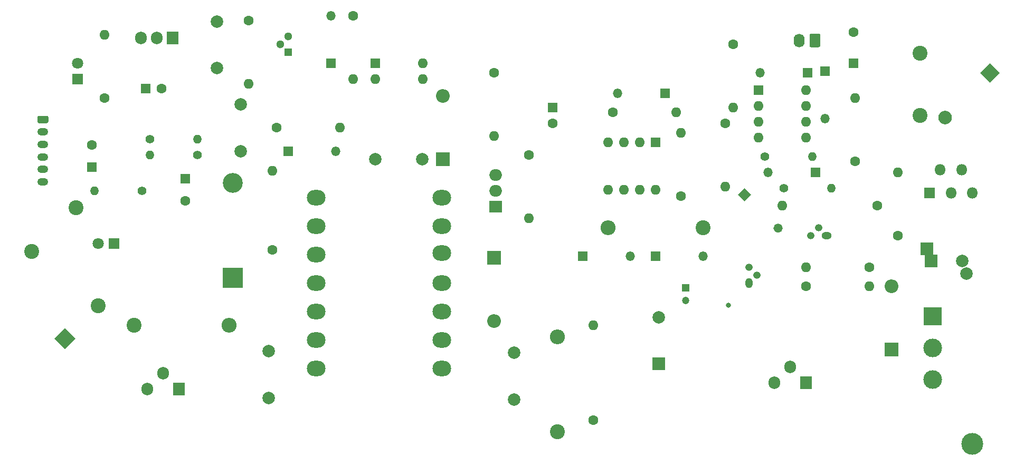
<source format=gbr>
%TF.GenerationSoftware,KiCad,Pcbnew,(5.1.6)-1*%
%TF.CreationDate,2021-01-03T22:36:30+05:30*%
%TF.ProjectId,supplyboard,73757070-6c79-4626-9f61-72642e6b6963,rev?*%
%TF.SameCoordinates,Original*%
%TF.FileFunction,Copper,L1,Top*%
%TF.FilePolarity,Positive*%
%FSLAX46Y46*%
G04 Gerber Fmt 4.6, Leading zero omitted, Abs format (unit mm)*
G04 Created by KiCad (PCBNEW (5.1.6)-1) date 2021-01-03 22:36:30*
%MOMM*%
%LPD*%
G01*
G04 APERTURE LIST*
%TA.AperFunction,ComponentPad*%
%ADD10O,2.400000X2.400000*%
%TD*%
%TA.AperFunction,ComponentPad*%
%ADD11C,2.400000*%
%TD*%
%TA.AperFunction,ComponentPad*%
%ADD12O,3.200000X3.200000*%
%TD*%
%TA.AperFunction,ComponentPad*%
%ADD13R,3.200000X3.200000*%
%TD*%
%TA.AperFunction,ComponentPad*%
%ADD14C,1.600000*%
%TD*%
%TA.AperFunction,ComponentPad*%
%ADD15R,1.600000X1.600000*%
%TD*%
%TA.AperFunction,ComponentPad*%
%ADD16O,1.600000X1.600000*%
%TD*%
%TA.AperFunction,ComponentPad*%
%ADD17O,1.400000X1.400000*%
%TD*%
%TA.AperFunction,ComponentPad*%
%ADD18C,1.400000*%
%TD*%
%TA.AperFunction,ComponentPad*%
%ADD19O,1.750000X1.200000*%
%TD*%
%TA.AperFunction,ComponentPad*%
%ADD20R,1.200000X1.200000*%
%TD*%
%TA.AperFunction,ComponentPad*%
%ADD21C,1.200000*%
%TD*%
%TA.AperFunction,ComponentPad*%
%ADD22C,0.100000*%
%TD*%
%TA.AperFunction,ComponentPad*%
%ADD23C,3.500000*%
%TD*%
%TA.AperFunction,ComponentPad*%
%ADD24O,1.500000X1.500000*%
%TD*%
%TA.AperFunction,ComponentPad*%
%ADD25R,1.500000X1.500000*%
%TD*%
%TA.AperFunction,ComponentPad*%
%ADD26C,2.000000*%
%TD*%
%TA.AperFunction,ComponentPad*%
%ADD27R,2.000000X2.000000*%
%TD*%
%TA.AperFunction,ComponentPad*%
%ADD28O,3.000000X2.500000*%
%TD*%
%TA.AperFunction,ComponentPad*%
%ADD29O,2.200000X2.200000*%
%TD*%
%TA.AperFunction,ComponentPad*%
%ADD30R,2.200000X2.200000*%
%TD*%
%TA.AperFunction,ComponentPad*%
%ADD31C,1.800000*%
%TD*%
%TA.AperFunction,ComponentPad*%
%ADD32R,1.800000X1.800000*%
%TD*%
%TA.AperFunction,ComponentPad*%
%ADD33O,1.905000X2.000000*%
%TD*%
%TA.AperFunction,ComponentPad*%
%ADD34R,1.905000X2.000000*%
%TD*%
%TA.AperFunction,ComponentPad*%
%ADD35C,3.000000*%
%TD*%
%TA.AperFunction,ComponentPad*%
%ADD36R,3.000000X3.000000*%
%TD*%
%TA.AperFunction,ComponentPad*%
%ADD37O,1.800000X1.800000*%
%TD*%
%TA.AperFunction,ComponentPad*%
%ADD38O,1.740000X2.190000*%
%TD*%
%TA.AperFunction,ComponentPad*%
%ADD39O,1.200000X1.200000*%
%TD*%
%TA.AperFunction,ComponentPad*%
%ADD40O,1.600000X1.200000*%
%TD*%
%TA.AperFunction,ComponentPad*%
%ADD41R,2.000000X1.905000*%
%TD*%
%TA.AperFunction,ComponentPad*%
%ADD42O,2.000000X1.905000*%
%TD*%
%TA.AperFunction,ComponentPad*%
%ADD43O,1.200000X1.600000*%
%TD*%
%TA.AperFunction,ComponentPad*%
%ADD44C,1.300000*%
%TD*%
%TA.AperFunction,ComponentPad*%
%ADD45R,1.300000X1.300000*%
%TD*%
%TA.AperFunction,ViaPad*%
%ADD46C,0.800000*%
%TD*%
G04 APERTURE END LIST*
D10*
%TO.P,R6,2*%
%TO.N,Net-(C1-Pad1)*%
X123190000Y-130810000D03*
D11*
%TO.P,R6,1*%
%TO.N,Net-(C1-Pad2)*%
X123190000Y-146050000D03*
%TD*%
D12*
%TO.P,D8,2*%
%TO.N,Net-(C20-Pad1)*%
X71120000Y-106045000D03*
D13*
%TO.P,D8,1*%
%TO.N,Net-(D8-Pad1)*%
X71120000Y-121285000D03*
%TD*%
D14*
%TO.P,C20,2*%
%TO.N,Earth*%
X63500000Y-108910000D03*
D15*
%TO.P,C20,1*%
%TO.N,Net-(C20-Pad1)*%
X63500000Y-105410000D03*
%TD*%
D16*
%TO.P,R19,2*%
%TO.N,Net-(D11-Pad1)*%
X77470000Y-104140000D03*
D14*
%TO.P,R19,1*%
%TO.N,OPTO_2*%
X77470000Y-116840000D03*
%TD*%
D17*
%TO.P,R25,2*%
%TO.N,Net-(R13-Pad1)*%
X57785000Y-101600000D03*
D18*
%TO.P,R25,1*%
%TO.N,Net-(C12-Pad1)*%
X65405000Y-101600000D03*
%TD*%
D17*
%TO.P,R21,2*%
%TO.N,Net-(C12-Pad1)*%
X65405000Y-99060000D03*
D18*
%TO.P,R21,1*%
%TO.N,Earth*%
X57785000Y-99060000D03*
%TD*%
D17*
%TO.P,R9,2*%
%TO.N,48V*%
X48895000Y-107315000D03*
D18*
%TO.P,R9,1*%
%TO.N,Net-(R13-Pad2)*%
X56515000Y-107315000D03*
%TD*%
D19*
%TO.P,J2,6*%
%TO.N,48V*%
X40640000Y-105885000D03*
%TO.P,J2,5*%
X40640000Y-103885000D03*
%TO.P,J2,4*%
%TO.N,Earth*%
X40640000Y-101885000D03*
%TO.P,J2,3*%
X40640000Y-99885000D03*
%TO.P,J2,2*%
%TO.N,5V*%
X40640000Y-97885000D03*
%TO.P,J2,1*%
%TO.N,Earth*%
%TA.AperFunction,ComponentPad*%
G36*
G01*
X40014999Y-95285000D02*
X41265001Y-95285000D01*
G75*
G02*
X41515000Y-95534999I0J-249999D01*
G01*
X41515000Y-96235001D01*
G75*
G02*
X41265001Y-96485000I-249999J0D01*
G01*
X40014999Y-96485000D01*
G75*
G02*
X39765000Y-96235001I0J249999D01*
G01*
X39765000Y-95534999D01*
G75*
G02*
X40014999Y-95285000I249999J0D01*
G01*
G37*
%TD.AperFunction*%
%TD*%
D16*
%TO.P,R31,2*%
%TO.N,Net-(R31-Pad2)*%
X159258000Y-109728000D03*
D14*
%TO.P,R31,1*%
%TO.N,Net-(C4-Pad1)*%
X174498000Y-109728000D03*
%TD*%
D17*
%TO.P,R30,2*%
%TO.N,Earth*%
X167132000Y-106934000D03*
D18*
%TO.P,R30,1*%
%TO.N,Net-(R28-Pad1)*%
X159512000Y-106934000D03*
%TD*%
D17*
%TO.P,R36,2*%
%TO.N,/INPUTB*%
X164084000Y-101854000D03*
D18*
%TO.P,R36,1*%
%TO.N,Net-(R28-Pad1)*%
X156464000Y-101854000D03*
%TD*%
D20*
%TO.P,C18,1*%
%TO.N,TO_FB1*%
X143764000Y-122936000D03*
D21*
%TO.P,C18,2*%
%TO.N,Earth*%
X143764000Y-124936000D03*
%TD*%
%TO.P,D3,2*%
%TO.N,Net-(D3-Pad2)*%
%TA.AperFunction,ComponentPad*%
G36*
G01*
X186125612Y-94798388D02*
X186125612Y-94798388D01*
G75*
G02*
X186125612Y-96354022I-777817J-777817D01*
G01*
X186125612Y-96354022D01*
G75*
G02*
X184569978Y-96354022I-777817J777817D01*
G01*
X184569978Y-96354022D01*
G75*
G02*
X184569978Y-94798388I777817J777817D01*
G01*
X184569978Y-94798388D01*
G75*
G02*
X186125612Y-94798388I777817J-777817D01*
G01*
G37*
%TD.AperFunction*%
%TA.AperFunction,ComponentPad*%
D22*
%TO.P,D3,1*%
%TO.N,Earth*%
G36*
X192532000Y-86836365D02*
G01*
X194087635Y-88392000D01*
X192532000Y-89947635D01*
X190976365Y-88392000D01*
X192532000Y-86836365D01*
G37*
%TD.AperFunction*%
%TD*%
D23*
%TO.P,,*%
%TO.N,Net-(J1-Pad3)*%
X189675000Y-148005000D03*
%TD*%
D15*
%TO.P,C21,2*%
%TO.N,48V*%
X48514000Y-103505000D03*
D14*
%TO.P,C21,1*%
%TO.N,Earth*%
X48514000Y-100005000D03*
%TD*%
D24*
%TO.P,ZD,2*%
%TO.N,Earth*%
X146558000Y-117856000D03*
D25*
%TO.P,ZD,1*%
%TO.N,TO_FB1*%
X138938000Y-117856000D03*
%TD*%
D26*
%TO.P,C4,2*%
%TO.N,Earth*%
X188806144Y-120618000D03*
D27*
%TO.P,C4,1*%
%TO.N,Net-(C4-Pad1)*%
X182461856Y-116618000D03*
D26*
%TO.P,C4,2*%
%TO.N,Earth*%
X188134000Y-118618000D03*
D27*
%TO.P,C4,1*%
%TO.N,Net-(C4-Pad1)*%
X183134000Y-118618000D03*
%TD*%
D28*
%TO.P,T1,7*%
%TO.N,Earth*%
X84455000Y-113030000D03*
%TO.P,T1,6*%
%TO.N,Net-(D8-Pad1)*%
X84455000Y-122174000D03*
%TO.P,T1,14*%
%TO.N,Net-(C2-Pad2)*%
X84455000Y-135890000D03*
%TO.P,T1,3*%
%TO.N,Net-(D4-Pad1)*%
X104648000Y-122174000D03*
%TO.P,T1,2*%
%TO.N,Earth*%
X104648000Y-113030000D03*
%TO.P,T1,1*%
%TO.N,Net-(D6-Pad1)*%
X104648000Y-108458000D03*
%TO.P,T1,5*%
%TO.N,N/C*%
X104648000Y-126746000D03*
%TO.P,T1,13*%
X84455000Y-131318000D03*
%TO.P,T1,12*%
X84455000Y-126746000D03*
%TO.P,T1,11*%
X104648000Y-131318000D03*
%TO.P,T1,10*%
X84455000Y-117602000D03*
%TO.P,T1,*%
%TO.N,Earth*%
X84455000Y-108458000D03*
%TO.P,T1,8*%
%TO.N,N/C*%
X104648000Y-117348000D03*
%TO.P,T1,4*%
%TO.N,Net-(C1-Pad2)*%
X104648000Y-135890000D03*
%TD*%
D25*
%TO.P,D2,1*%
%TO.N,Net-(D2-Pad1)*%
X127254000Y-117856000D03*
D24*
%TO.P,D2,2*%
%TO.N,Net-(D2-Pad2)*%
X134874000Y-117856000D03*
%TD*%
%TO.P,D7,2*%
%TO.N,Net-(C3-Pad1)*%
X132842000Y-91694000D03*
D25*
%TO.P,D7,1*%
%TO.N,OPTO_POS+*%
X140462000Y-91694000D03*
%TD*%
%TO.P,D10,1*%
%TO.N,/Qin*%
X166116000Y-88138000D03*
D24*
%TO.P,D10,2*%
%TO.N,Net-(D10-Pad2)*%
X166116000Y-95758000D03*
%TD*%
D25*
%TO.P,D9,1*%
%TO.N,/Qin*%
X163322000Y-88392000D03*
D24*
%TO.P,D9,2*%
%TO.N,Net-(D9-Pad2)*%
X155702000Y-88392000D03*
%TD*%
%TO.P,D14,2*%
%TO.N,Net-(D13-Pad1)*%
X156972000Y-104394000D03*
D25*
%TO.P,D14,1*%
%TO.N,/Qin*%
X164592000Y-104394000D03*
%TD*%
%TA.AperFunction,ComponentPad*%
D22*
%TO.P,D13,1*%
%TO.N,Net-(D13-Pad1)*%
G36*
X152101340Y-107950000D02*
G01*
X153162000Y-106889340D01*
X154222660Y-107950000D01*
X153162000Y-109010660D01*
X152101340Y-107950000D01*
G37*
%TD.AperFunction*%
%TO.P,D13,2*%
%TO.N,Net-(D13-Pad2)*%
%TA.AperFunction,ComponentPad*%
G36*
G01*
X158019824Y-112807824D02*
X158019824Y-112807824D01*
G75*
G02*
X159080484Y-112807824I530330J-530330D01*
G01*
X159080484Y-112807824D01*
G75*
G02*
X159080484Y-113868484I-530330J-530330D01*
G01*
X159080484Y-113868484D01*
G75*
G02*
X158019824Y-113868484I-530330J530330D01*
G01*
X158019824Y-113868484D01*
G75*
G02*
X158019824Y-112807824I530330J530330D01*
G01*
G37*
%TD.AperFunction*%
%TD*%
D10*
%TO.P,R4,2*%
%TO.N,Net-(Q4-Pad3)*%
X131318000Y-113284000D03*
D11*
%TO.P,R4,1*%
%TO.N,Earth*%
X146558000Y-113284000D03*
%TD*%
D29*
%TO.P,D4,2*%
%TO.N,Net-(C1-Pad1)*%
X113030000Y-128270000D03*
D30*
%TO.P,D4,1*%
%TO.N,Net-(D4-Pad1)*%
X113030000Y-118110000D03*
%TD*%
D31*
%TO.P,LED1,2*%
%TO.N,Net-(LED1-Pad2)*%
X49530000Y-115824000D03*
D32*
%TO.P,LED1,1*%
%TO.N,Earth*%
X52070000Y-115824000D03*
%TD*%
D31*
%TO.P,LED2,2*%
%TO.N,Net-(LED2-Pad2)*%
X46228000Y-86868000D03*
D32*
%TO.P,LED2,1*%
%TO.N,Earth*%
X46228000Y-89408000D03*
%TD*%
D33*
%TO.P,Q2,3*%
%TO.N,Net-(C2-Pad2)*%
X57404000Y-139192000D03*
%TO.P,Q2,2*%
%TO.N,OPTO_2*%
X59944000Y-136652000D03*
D34*
%TO.P,Q2,1*%
%TO.N,Net-(C2-Pad2)*%
X62484000Y-139192000D03*
%TD*%
D33*
%TO.P,Q1,3*%
%TO.N,358IN*%
X157988000Y-138176000D03*
%TO.P,Q1,2*%
%TO.N,Net-(C1-Pad2)*%
X160528000Y-135636000D03*
D34*
%TO.P,Q1,1*%
%TO.N,358IN*%
X163068000Y-138176000D03*
%TD*%
D29*
%TO.P,D1,2*%
%TO.N,Net-(C4-Pad1)*%
X176784000Y-122682000D03*
D30*
%TO.P,D1,1*%
%TO.N,358IN*%
X176784000Y-132842000D03*
%TD*%
D29*
%TO.P,D6,2*%
%TO.N,Net-(C18-Pad1)*%
X104775000Y-92075000D03*
D30*
%TO.P,D6,1*%
%TO.N,Net-(D6-Pad1)*%
X104775000Y-102235000D03*
%TD*%
D16*
%TO.P,R42,2*%
%TO.N,Net-(C8-Pad1)*%
X177800000Y-104394000D03*
D14*
%TO.P,R42,1*%
%TO.N,Net-(R42-Pad1)*%
X177800000Y-114554000D03*
%TD*%
D35*
%TO.P,J1,3*%
%TO.N,Net-(J1-Pad3)*%
X183388000Y-137668000D03*
%TO.P,J1,2*%
%TO.N,358IN*%
X183388000Y-132588000D03*
D36*
%TO.P,J1,1*%
%TO.N,Earth*%
X183388000Y-127508000D03*
%TD*%
D10*
%TO.P,R2,2*%
%TO.N,Net-(C2-Pad1)*%
X70485000Y-128905000D03*
D11*
%TO.P,R2,1*%
%TO.N,OPTO_2*%
X55245000Y-128905000D03*
%TD*%
%TO.P,L1,2*%
%TO.N,48V*%
X45933068Y-110022932D03*
%TO.P,L1,1*%
%TO.N,OPTO_2*%
X38862000Y-117094000D03*
%TD*%
%TO.P,L2,2*%
%TO.N,Net-(C8-Pad1)*%
X181356000Y-85250000D03*
%TO.P,L2,1*%
%TO.N,Net-(D3-Pad2)*%
X181356000Y-95250000D03*
%TD*%
D37*
%TO.P,U6,5*%
%TO.N,Earth*%
X189680000Y-107696000D03*
%TO.P,U6,4*%
%TO.N,Net-(C8-Pad1)*%
X187980000Y-103996000D03*
%TO.P,U6,3*%
%TO.N,Earth*%
X186280000Y-107696000D03*
%TO.P,U6,2*%
%TO.N,Net-(D3-Pad2)*%
X184580000Y-103996000D03*
D32*
%TO.P,U6,1*%
%TO.N,Net-(C4-Pad1)*%
X182880000Y-107696000D03*
%TD*%
D14*
%TO.P,C8,2*%
%TO.N,Earth*%
X170688000Y-81868000D03*
D15*
%TO.P,C8,1*%
%TO.N,Net-(C8-Pad1)*%
X170688000Y-86868000D03*
%TD*%
D16*
%TO.P,R45,2*%
%TO.N,Net-(D10-Pad2)*%
X170942000Y-92456000D03*
D14*
%TO.P,R45,1*%
%TO.N,/INPUTB*%
X170942000Y-102616000D03*
%TD*%
D16*
%TO.P,R27,2*%
%TO.N,Net-(R14-Pad2)*%
X142240000Y-94742000D03*
D14*
%TO.P,R27,1*%
%TO.N,Net-(C14-Pad2)*%
X132080000Y-94742000D03*
%TD*%
%TO.P,C3,2*%
%TO.N,Earth*%
X122428000Y-96480000D03*
D15*
%TO.P,C3,1*%
%TO.N,Net-(C3-Pad1)*%
X122428000Y-93980000D03*
%TD*%
D16*
%TO.P,R46,2*%
%TO.N,Net-(Q5-Pad2)*%
X163068000Y-119634000D03*
D14*
%TO.P,R46,1*%
%TO.N,Net-(R42-Pad1)*%
X173228000Y-119634000D03*
%TD*%
D16*
%TO.P,R47,2*%
%TO.N,Net-(R42-Pad1)*%
X173228000Y-122682000D03*
D14*
%TO.P,R47,1*%
%TO.N,Net-(Q3-Pad3)*%
X163068000Y-122682000D03*
%TD*%
D16*
%TO.P,R12,2*%
%TO.N,Net-(LED2-Pad2)*%
X50546000Y-82296000D03*
D14*
%TO.P,R12,1*%
%TO.N,5V*%
X50546000Y-92456000D03*
%TD*%
%TO.P,C16,2*%
%TO.N,Earth*%
X59650000Y-90932000D03*
D15*
%TO.P,C16,1*%
%TO.N,5V*%
X57150000Y-90932000D03*
%TD*%
D26*
%TO.P,C12,2*%
%TO.N,Net-(C12-Pad2)*%
X68580000Y-80130000D03*
%TO.P,C12,1*%
%TO.N,Net-(C12-Pad1)*%
X68580000Y-87630000D03*
%TD*%
D16*
%TO.P,R14,2*%
%TO.N,Net-(R14-Pad2)*%
X143002000Y-98044000D03*
D14*
%TO.P,R14,1*%
%TO.N,Net-(R14-Pad1)*%
X143002000Y-108204000D03*
%TD*%
D16*
%TO.P,R29,2*%
%TO.N,Net-(R29-Pad2)*%
X150114000Y-106680000D03*
D14*
%TO.P,R29,1*%
%TO.N,Net-(R29-Pad1)*%
X150114000Y-96520000D03*
%TD*%
D16*
%TO.P,R28,2*%
%TO.N,Net-(R28-Pad2)*%
X151384000Y-93980000D03*
D14*
%TO.P,R28,1*%
%TO.N,Net-(R28-Pad1)*%
X151384000Y-83820000D03*
%TD*%
D16*
%TO.P,R20,2*%
%TO.N,Net-(C12-Pad2)*%
X88265000Y-97155000D03*
D14*
%TO.P,R20,1*%
%TO.N,Net-(C13-Pad1)*%
X78105000Y-97155000D03*
%TD*%
D16*
%TO.P,R18,2*%
%TO.N,Net-(Q4-Pad3)*%
X113030000Y-98552000D03*
D14*
%TO.P,R18,1*%
%TO.N,Net-(C15-Pad2)*%
X113030000Y-88392000D03*
%TD*%
D16*
%TO.P,R5,2*%
%TO.N,TO_FB1*%
X118618000Y-111760000D03*
D14*
%TO.P,R5,1*%
%TO.N,Net-(C18-Pad1)*%
X118618000Y-101600000D03*
%TD*%
D16*
%TO.P,R16,2*%
%TO.N,Net-(C12-Pad2)*%
X90424000Y-89408000D03*
D14*
%TO.P,R16,1*%
%TO.N,Net-(D5-Pad2)*%
X90424000Y-79248000D03*
%TD*%
D16*
%TO.P,R17,2*%
%TO.N,Net-(C12-Pad1)*%
X73660000Y-90170000D03*
D14*
%TO.P,R17,1*%
%TO.N,Net-(C12-Pad2)*%
X73660000Y-80010000D03*
%TD*%
D11*
%TO.P,C19,2*%
%TO.N,Earth*%
X49499301Y-125760699D03*
%TA.AperFunction,ComponentPad*%
D22*
%TO.P,C19,1*%
%TO.N,OPTO_2*%
G36*
X44196000Y-132761056D02*
G01*
X42498944Y-131064000D01*
X44196000Y-129366944D01*
X45893056Y-131064000D01*
X44196000Y-132761056D01*
G37*
%TD.AperFunction*%
%TD*%
D26*
%TO.P,C1,2*%
%TO.N,Net-(C1-Pad2)*%
X116205000Y-140850000D03*
%TO.P,C1,1*%
%TO.N,Net-(C1-Pad1)*%
X116205000Y-133350000D03*
%TD*%
%TO.P,C2,1*%
%TO.N,Net-(C2-Pad1)*%
X76835000Y-133096000D03*
%TO.P,C2,2*%
%TO.N,Net-(C2-Pad2)*%
X76835000Y-140596000D03*
%TD*%
%TO.P,C5,2*%
%TO.N,Earth*%
X139446000Y-127628000D03*
D27*
%TO.P,C5,1*%
%TO.N,Net-(C1-Pad2)*%
X139446000Y-135128000D03*
%TD*%
D26*
%TO.P,C10,1*%
%TO.N,Earth*%
X93980000Y-102235000D03*
%TO.P,C10,2*%
X101480000Y-102235000D03*
%TD*%
%TO.P,C13,2*%
%TO.N,Net-(C12-Pad1)*%
X72390000Y-93465000D03*
%TO.P,C13,1*%
%TO.N,Net-(C13-Pad1)*%
X72390000Y-100965000D03*
%TD*%
D24*
%TO.P,D5,2*%
%TO.N,Net-(D5-Pad2)*%
X86868000Y-79248000D03*
D25*
%TO.P,D5,1*%
%TO.N,Net-(D11-Pad2)*%
X86868000Y-86868000D03*
%TD*%
%TO.P,D11,1*%
%TO.N,Net-(D11-Pad1)*%
X80010000Y-100965000D03*
D24*
%TO.P,D11,2*%
%TO.N,Net-(D11-Pad2)*%
X87630000Y-100965000D03*
%TD*%
%TO.P,J3,1*%
%TO.N,Earth*%
%TA.AperFunction,ComponentPad*%
G36*
G01*
X165335000Y-82339999D02*
X165335000Y-84030001D01*
G75*
G02*
X165085001Y-84280000I-249999J0D01*
G01*
X163844999Y-84280000D01*
G75*
G02*
X163595000Y-84030001I0J249999D01*
G01*
X163595000Y-82339999D01*
G75*
G02*
X163844999Y-82090000I249999J0D01*
G01*
X165085001Y-82090000D01*
G75*
G02*
X165335000Y-82339999I0J-249999D01*
G01*
G37*
%TD.AperFunction*%
D38*
%TO.P,J3,2*%
%TO.N,Net-(J3-Pad2)*%
X161925000Y-83185000D03*
%TD*%
D39*
%TO.P,Q3,3*%
%TO.N,Net-(Q3-Pad3)*%
X163830000Y-114554000D03*
%TO.P,Q3,2*%
%TO.N,Net-(D13-Pad2)*%
X165100000Y-113284000D03*
D40*
%TO.P,Q3,1*%
%TO.N,Earth*%
X166370000Y-114554000D03*
%TD*%
D41*
%TO.P,Q4,1*%
%TO.N,Net-(D2-Pad1)*%
X113284000Y-109855000D03*
D42*
%TO.P,Q4,2*%
%TO.N,Net-(D4-Pad1)*%
X113284000Y-107315000D03*
%TO.P,Q4,3*%
%TO.N,Net-(Q4-Pad3)*%
X113284000Y-104775000D03*
%TD*%
D43*
%TO.P,Q5,1*%
%TO.N,Earth*%
X153924000Y-122174000D03*
D39*
%TO.P,Q5,2*%
%TO.N,Net-(Q5-Pad2)*%
X155194000Y-120904000D03*
%TO.P,Q5,3*%
%TO.N,OPTO_POS+*%
X153924000Y-119634000D03*
%TD*%
D14*
%TO.P,R3,1*%
%TO.N,Net-(C1-Pad2)*%
X128905000Y-144145000D03*
D16*
%TO.P,R3,2*%
%TO.N,TO_FB1*%
X128905000Y-128905000D03*
%TD*%
D15*
%TO.P,U1,1*%
%TO.N,Net-(D5-Pad2)*%
X93980000Y-86868000D03*
D16*
%TO.P,U1,3*%
%TO.N,Earth*%
X101600000Y-89408000D03*
%TO.P,U1,2*%
%TO.N,Net-(C12-Pad2)*%
X93980000Y-89408000D03*
%TO.P,U1,4*%
%TO.N,OPTO_POS+*%
X101600000Y-86868000D03*
%TD*%
D15*
%TO.P,U2,1*%
%TO.N,OPTO_POS+*%
X138938000Y-99568000D03*
D16*
%TO.P,U2,5*%
%TO.N,Earth*%
X131318000Y-107188000D03*
%TO.P,U2,2*%
X136398000Y-99568000D03*
%TO.P,U2,6*%
%TO.N,Net-(D2-Pad2)*%
X133858000Y-107188000D03*
%TO.P,U2,3*%
%TO.N,Net-(C15-Pad2)*%
X133858000Y-99568000D03*
%TO.P,U2,7*%
%TO.N,TO_FB1*%
X136398000Y-107188000D03*
%TO.P,U2,4*%
%TO.N,Net-(C14-Pad2)*%
X131318000Y-99568000D03*
%TO.P,U2,8*%
%TO.N,Net-(R14-Pad1)*%
X138938000Y-107188000D03*
%TD*%
D44*
%TO.P,U3,2*%
%TO.N,Earth*%
X78740000Y-83820000D03*
%TO.P,U3,3*%
X80010000Y-82550000D03*
D45*
%TO.P,U3,1*%
%TO.N,Net-(C12-Pad2)*%
X80010000Y-85090000D03*
%TD*%
D34*
%TO.P,U4,1*%
%TO.N,Net-(C20-Pad1)*%
X61468000Y-82804000D03*
D33*
%TO.P,U4,2*%
%TO.N,Earth*%
X58928000Y-82804000D03*
%TO.P,U4,3*%
%TO.N,5V*%
X56388000Y-82804000D03*
%TD*%
D16*
%TO.P,U5,8*%
%TO.N,Net-(C8-Pad1)*%
X163068000Y-91186000D03*
%TO.P,U5,4*%
%TO.N,Earth*%
X155448000Y-98806000D03*
%TO.P,U5,7*%
%TO.N,Net-(D10-Pad2)*%
X163068000Y-93726000D03*
%TO.P,U5,3*%
%TO.N,Net-(R29-Pad1)*%
X155448000Y-96266000D03*
%TO.P,U5,6*%
%TO.N,Net-(R37-Pad1)*%
X163068000Y-96266000D03*
%TO.P,U5,2*%
%TO.N,Net-(R28-Pad2)*%
X155448000Y-93726000D03*
%TO.P,U5,5*%
%TO.N,/INPUTB*%
X163068000Y-98806000D03*
D15*
%TO.P,U5,1*%
%TO.N,Net-(D9-Pad2)*%
X155448000Y-91186000D03*
%TD*%
D46*
%TO.N,*%
X150622000Y-125730000D03*
%TD*%
M02*

</source>
